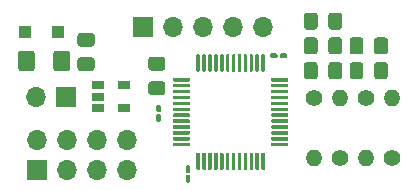
<source format=gbr>
%TF.GenerationSoftware,KiCad,Pcbnew,(5.1.8)-1*%
%TF.CreationDate,2020-12-26T00:02:07-07:00*%
%TF.ProjectId,Axle-Tx-PCB(STM32)v2,41786c65-2d54-4782-9d50-43422853544d,rev?*%
%TF.SameCoordinates,Original*%
%TF.FileFunction,Soldermask,Top*%
%TF.FilePolarity,Negative*%
%FSLAX46Y46*%
G04 Gerber Fmt 4.6, Leading zero omitted, Abs format (unit mm)*
G04 Created by KiCad (PCBNEW (5.1.8)-1) date 2020-12-26 00:02:07*
%MOMM*%
%LPD*%
G01*
G04 APERTURE LIST*
%ADD10O,1.400000X1.400000*%
%ADD11C,1.400000*%
%ADD12R,1.060000X0.650000*%
%ADD13O,1.700000X1.700000*%
%ADD14R,1.700000X1.700000*%
%ADD15R,1.100000X1.100000*%
G04 APERTURE END LIST*
D10*
%TO.C,SG4*%
X36017200Y12395200D03*
D11*
X36017200Y7315200D03*
%TD*%
%TO.C,STM32*%
G36*
G01*
X19452000Y14726800D02*
X19452000Y16051800D01*
G75*
G02*
X19527000Y16126800I75000J0D01*
G01*
X19677000Y16126800D01*
G75*
G02*
X19752000Y16051800I0J-75000D01*
G01*
X19752000Y14726800D01*
G75*
G02*
X19677000Y14651800I-75000J0D01*
G01*
X19527000Y14651800D01*
G75*
G02*
X19452000Y14726800I0J75000D01*
G01*
G37*
G36*
G01*
X19952000Y14726800D02*
X19952000Y16051800D01*
G75*
G02*
X20027000Y16126800I75000J0D01*
G01*
X20177000Y16126800D01*
G75*
G02*
X20252000Y16051800I0J-75000D01*
G01*
X20252000Y14726800D01*
G75*
G02*
X20177000Y14651800I-75000J0D01*
G01*
X20027000Y14651800D01*
G75*
G02*
X19952000Y14726800I0J75000D01*
G01*
G37*
G36*
G01*
X20452000Y14726800D02*
X20452000Y16051800D01*
G75*
G02*
X20527000Y16126800I75000J0D01*
G01*
X20677000Y16126800D01*
G75*
G02*
X20752000Y16051800I0J-75000D01*
G01*
X20752000Y14726800D01*
G75*
G02*
X20677000Y14651800I-75000J0D01*
G01*
X20527000Y14651800D01*
G75*
G02*
X20452000Y14726800I0J75000D01*
G01*
G37*
G36*
G01*
X20952000Y14726800D02*
X20952000Y16051800D01*
G75*
G02*
X21027000Y16126800I75000J0D01*
G01*
X21177000Y16126800D01*
G75*
G02*
X21252000Y16051800I0J-75000D01*
G01*
X21252000Y14726800D01*
G75*
G02*
X21177000Y14651800I-75000J0D01*
G01*
X21027000Y14651800D01*
G75*
G02*
X20952000Y14726800I0J75000D01*
G01*
G37*
G36*
G01*
X21452000Y14726800D02*
X21452000Y16051800D01*
G75*
G02*
X21527000Y16126800I75000J0D01*
G01*
X21677000Y16126800D01*
G75*
G02*
X21752000Y16051800I0J-75000D01*
G01*
X21752000Y14726800D01*
G75*
G02*
X21677000Y14651800I-75000J0D01*
G01*
X21527000Y14651800D01*
G75*
G02*
X21452000Y14726800I0J75000D01*
G01*
G37*
G36*
G01*
X21952000Y14726800D02*
X21952000Y16051800D01*
G75*
G02*
X22027000Y16126800I75000J0D01*
G01*
X22177000Y16126800D01*
G75*
G02*
X22252000Y16051800I0J-75000D01*
G01*
X22252000Y14726800D01*
G75*
G02*
X22177000Y14651800I-75000J0D01*
G01*
X22027000Y14651800D01*
G75*
G02*
X21952000Y14726800I0J75000D01*
G01*
G37*
G36*
G01*
X22452000Y14726800D02*
X22452000Y16051800D01*
G75*
G02*
X22527000Y16126800I75000J0D01*
G01*
X22677000Y16126800D01*
G75*
G02*
X22752000Y16051800I0J-75000D01*
G01*
X22752000Y14726800D01*
G75*
G02*
X22677000Y14651800I-75000J0D01*
G01*
X22527000Y14651800D01*
G75*
G02*
X22452000Y14726800I0J75000D01*
G01*
G37*
G36*
G01*
X22952000Y14726800D02*
X22952000Y16051800D01*
G75*
G02*
X23027000Y16126800I75000J0D01*
G01*
X23177000Y16126800D01*
G75*
G02*
X23252000Y16051800I0J-75000D01*
G01*
X23252000Y14726800D01*
G75*
G02*
X23177000Y14651800I-75000J0D01*
G01*
X23027000Y14651800D01*
G75*
G02*
X22952000Y14726800I0J75000D01*
G01*
G37*
G36*
G01*
X23452000Y14726800D02*
X23452000Y16051800D01*
G75*
G02*
X23527000Y16126800I75000J0D01*
G01*
X23677000Y16126800D01*
G75*
G02*
X23752000Y16051800I0J-75000D01*
G01*
X23752000Y14726800D01*
G75*
G02*
X23677000Y14651800I-75000J0D01*
G01*
X23527000Y14651800D01*
G75*
G02*
X23452000Y14726800I0J75000D01*
G01*
G37*
G36*
G01*
X23952000Y14726800D02*
X23952000Y16051800D01*
G75*
G02*
X24027000Y16126800I75000J0D01*
G01*
X24177000Y16126800D01*
G75*
G02*
X24252000Y16051800I0J-75000D01*
G01*
X24252000Y14726800D01*
G75*
G02*
X24177000Y14651800I-75000J0D01*
G01*
X24027000Y14651800D01*
G75*
G02*
X23952000Y14726800I0J75000D01*
G01*
G37*
G36*
G01*
X24452000Y14726800D02*
X24452000Y16051800D01*
G75*
G02*
X24527000Y16126800I75000J0D01*
G01*
X24677000Y16126800D01*
G75*
G02*
X24752000Y16051800I0J-75000D01*
G01*
X24752000Y14726800D01*
G75*
G02*
X24677000Y14651800I-75000J0D01*
G01*
X24527000Y14651800D01*
G75*
G02*
X24452000Y14726800I0J75000D01*
G01*
G37*
G36*
G01*
X24952000Y14726800D02*
X24952000Y16051800D01*
G75*
G02*
X25027000Y16126800I75000J0D01*
G01*
X25177000Y16126800D01*
G75*
G02*
X25252000Y16051800I0J-75000D01*
G01*
X25252000Y14726800D01*
G75*
G02*
X25177000Y14651800I-75000J0D01*
G01*
X25027000Y14651800D01*
G75*
G02*
X24952000Y14726800I0J75000D01*
G01*
G37*
G36*
G01*
X25777000Y13901800D02*
X25777000Y14051800D01*
G75*
G02*
X25852000Y14126800I75000J0D01*
G01*
X27177000Y14126800D01*
G75*
G02*
X27252000Y14051800I0J-75000D01*
G01*
X27252000Y13901800D01*
G75*
G02*
X27177000Y13826800I-75000J0D01*
G01*
X25852000Y13826800D01*
G75*
G02*
X25777000Y13901800I0J75000D01*
G01*
G37*
G36*
G01*
X25777000Y13401800D02*
X25777000Y13551800D01*
G75*
G02*
X25852000Y13626800I75000J0D01*
G01*
X27177000Y13626800D01*
G75*
G02*
X27252000Y13551800I0J-75000D01*
G01*
X27252000Y13401800D01*
G75*
G02*
X27177000Y13326800I-75000J0D01*
G01*
X25852000Y13326800D01*
G75*
G02*
X25777000Y13401800I0J75000D01*
G01*
G37*
G36*
G01*
X25777000Y12901800D02*
X25777000Y13051800D01*
G75*
G02*
X25852000Y13126800I75000J0D01*
G01*
X27177000Y13126800D01*
G75*
G02*
X27252000Y13051800I0J-75000D01*
G01*
X27252000Y12901800D01*
G75*
G02*
X27177000Y12826800I-75000J0D01*
G01*
X25852000Y12826800D01*
G75*
G02*
X25777000Y12901800I0J75000D01*
G01*
G37*
G36*
G01*
X25777000Y12401800D02*
X25777000Y12551800D01*
G75*
G02*
X25852000Y12626800I75000J0D01*
G01*
X27177000Y12626800D01*
G75*
G02*
X27252000Y12551800I0J-75000D01*
G01*
X27252000Y12401800D01*
G75*
G02*
X27177000Y12326800I-75000J0D01*
G01*
X25852000Y12326800D01*
G75*
G02*
X25777000Y12401800I0J75000D01*
G01*
G37*
G36*
G01*
X25777000Y11901800D02*
X25777000Y12051800D01*
G75*
G02*
X25852000Y12126800I75000J0D01*
G01*
X27177000Y12126800D01*
G75*
G02*
X27252000Y12051800I0J-75000D01*
G01*
X27252000Y11901800D01*
G75*
G02*
X27177000Y11826800I-75000J0D01*
G01*
X25852000Y11826800D01*
G75*
G02*
X25777000Y11901800I0J75000D01*
G01*
G37*
G36*
G01*
X25777000Y11401800D02*
X25777000Y11551800D01*
G75*
G02*
X25852000Y11626800I75000J0D01*
G01*
X27177000Y11626800D01*
G75*
G02*
X27252000Y11551800I0J-75000D01*
G01*
X27252000Y11401800D01*
G75*
G02*
X27177000Y11326800I-75000J0D01*
G01*
X25852000Y11326800D01*
G75*
G02*
X25777000Y11401800I0J75000D01*
G01*
G37*
G36*
G01*
X25777000Y10901800D02*
X25777000Y11051800D01*
G75*
G02*
X25852000Y11126800I75000J0D01*
G01*
X27177000Y11126800D01*
G75*
G02*
X27252000Y11051800I0J-75000D01*
G01*
X27252000Y10901800D01*
G75*
G02*
X27177000Y10826800I-75000J0D01*
G01*
X25852000Y10826800D01*
G75*
G02*
X25777000Y10901800I0J75000D01*
G01*
G37*
G36*
G01*
X25777000Y10401800D02*
X25777000Y10551800D01*
G75*
G02*
X25852000Y10626800I75000J0D01*
G01*
X27177000Y10626800D01*
G75*
G02*
X27252000Y10551800I0J-75000D01*
G01*
X27252000Y10401800D01*
G75*
G02*
X27177000Y10326800I-75000J0D01*
G01*
X25852000Y10326800D01*
G75*
G02*
X25777000Y10401800I0J75000D01*
G01*
G37*
G36*
G01*
X25777000Y9901800D02*
X25777000Y10051800D01*
G75*
G02*
X25852000Y10126800I75000J0D01*
G01*
X27177000Y10126800D01*
G75*
G02*
X27252000Y10051800I0J-75000D01*
G01*
X27252000Y9901800D01*
G75*
G02*
X27177000Y9826800I-75000J0D01*
G01*
X25852000Y9826800D01*
G75*
G02*
X25777000Y9901800I0J75000D01*
G01*
G37*
G36*
G01*
X25777000Y9401800D02*
X25777000Y9551800D01*
G75*
G02*
X25852000Y9626800I75000J0D01*
G01*
X27177000Y9626800D01*
G75*
G02*
X27252000Y9551800I0J-75000D01*
G01*
X27252000Y9401800D01*
G75*
G02*
X27177000Y9326800I-75000J0D01*
G01*
X25852000Y9326800D01*
G75*
G02*
X25777000Y9401800I0J75000D01*
G01*
G37*
G36*
G01*
X25777000Y8901800D02*
X25777000Y9051800D01*
G75*
G02*
X25852000Y9126800I75000J0D01*
G01*
X27177000Y9126800D01*
G75*
G02*
X27252000Y9051800I0J-75000D01*
G01*
X27252000Y8901800D01*
G75*
G02*
X27177000Y8826800I-75000J0D01*
G01*
X25852000Y8826800D01*
G75*
G02*
X25777000Y8901800I0J75000D01*
G01*
G37*
G36*
G01*
X25777000Y8401800D02*
X25777000Y8551800D01*
G75*
G02*
X25852000Y8626800I75000J0D01*
G01*
X27177000Y8626800D01*
G75*
G02*
X27252000Y8551800I0J-75000D01*
G01*
X27252000Y8401800D01*
G75*
G02*
X27177000Y8326800I-75000J0D01*
G01*
X25852000Y8326800D01*
G75*
G02*
X25777000Y8401800I0J75000D01*
G01*
G37*
G36*
G01*
X24952000Y6401800D02*
X24952000Y7726800D01*
G75*
G02*
X25027000Y7801800I75000J0D01*
G01*
X25177000Y7801800D01*
G75*
G02*
X25252000Y7726800I0J-75000D01*
G01*
X25252000Y6401800D01*
G75*
G02*
X25177000Y6326800I-75000J0D01*
G01*
X25027000Y6326800D01*
G75*
G02*
X24952000Y6401800I0J75000D01*
G01*
G37*
G36*
G01*
X24452000Y6401800D02*
X24452000Y7726800D01*
G75*
G02*
X24527000Y7801800I75000J0D01*
G01*
X24677000Y7801800D01*
G75*
G02*
X24752000Y7726800I0J-75000D01*
G01*
X24752000Y6401800D01*
G75*
G02*
X24677000Y6326800I-75000J0D01*
G01*
X24527000Y6326800D01*
G75*
G02*
X24452000Y6401800I0J75000D01*
G01*
G37*
G36*
G01*
X23952000Y6401800D02*
X23952000Y7726800D01*
G75*
G02*
X24027000Y7801800I75000J0D01*
G01*
X24177000Y7801800D01*
G75*
G02*
X24252000Y7726800I0J-75000D01*
G01*
X24252000Y6401800D01*
G75*
G02*
X24177000Y6326800I-75000J0D01*
G01*
X24027000Y6326800D01*
G75*
G02*
X23952000Y6401800I0J75000D01*
G01*
G37*
G36*
G01*
X23452000Y6401800D02*
X23452000Y7726800D01*
G75*
G02*
X23527000Y7801800I75000J0D01*
G01*
X23677000Y7801800D01*
G75*
G02*
X23752000Y7726800I0J-75000D01*
G01*
X23752000Y6401800D01*
G75*
G02*
X23677000Y6326800I-75000J0D01*
G01*
X23527000Y6326800D01*
G75*
G02*
X23452000Y6401800I0J75000D01*
G01*
G37*
G36*
G01*
X22952000Y6401800D02*
X22952000Y7726800D01*
G75*
G02*
X23027000Y7801800I75000J0D01*
G01*
X23177000Y7801800D01*
G75*
G02*
X23252000Y7726800I0J-75000D01*
G01*
X23252000Y6401800D01*
G75*
G02*
X23177000Y6326800I-75000J0D01*
G01*
X23027000Y6326800D01*
G75*
G02*
X22952000Y6401800I0J75000D01*
G01*
G37*
G36*
G01*
X22452000Y6401800D02*
X22452000Y7726800D01*
G75*
G02*
X22527000Y7801800I75000J0D01*
G01*
X22677000Y7801800D01*
G75*
G02*
X22752000Y7726800I0J-75000D01*
G01*
X22752000Y6401800D01*
G75*
G02*
X22677000Y6326800I-75000J0D01*
G01*
X22527000Y6326800D01*
G75*
G02*
X22452000Y6401800I0J75000D01*
G01*
G37*
G36*
G01*
X21952000Y6401800D02*
X21952000Y7726800D01*
G75*
G02*
X22027000Y7801800I75000J0D01*
G01*
X22177000Y7801800D01*
G75*
G02*
X22252000Y7726800I0J-75000D01*
G01*
X22252000Y6401800D01*
G75*
G02*
X22177000Y6326800I-75000J0D01*
G01*
X22027000Y6326800D01*
G75*
G02*
X21952000Y6401800I0J75000D01*
G01*
G37*
G36*
G01*
X21452000Y6401800D02*
X21452000Y7726800D01*
G75*
G02*
X21527000Y7801800I75000J0D01*
G01*
X21677000Y7801800D01*
G75*
G02*
X21752000Y7726800I0J-75000D01*
G01*
X21752000Y6401800D01*
G75*
G02*
X21677000Y6326800I-75000J0D01*
G01*
X21527000Y6326800D01*
G75*
G02*
X21452000Y6401800I0J75000D01*
G01*
G37*
G36*
G01*
X20952000Y6401800D02*
X20952000Y7726800D01*
G75*
G02*
X21027000Y7801800I75000J0D01*
G01*
X21177000Y7801800D01*
G75*
G02*
X21252000Y7726800I0J-75000D01*
G01*
X21252000Y6401800D01*
G75*
G02*
X21177000Y6326800I-75000J0D01*
G01*
X21027000Y6326800D01*
G75*
G02*
X20952000Y6401800I0J75000D01*
G01*
G37*
G36*
G01*
X20452000Y6401800D02*
X20452000Y7726800D01*
G75*
G02*
X20527000Y7801800I75000J0D01*
G01*
X20677000Y7801800D01*
G75*
G02*
X20752000Y7726800I0J-75000D01*
G01*
X20752000Y6401800D01*
G75*
G02*
X20677000Y6326800I-75000J0D01*
G01*
X20527000Y6326800D01*
G75*
G02*
X20452000Y6401800I0J75000D01*
G01*
G37*
G36*
G01*
X19952000Y6401800D02*
X19952000Y7726800D01*
G75*
G02*
X20027000Y7801800I75000J0D01*
G01*
X20177000Y7801800D01*
G75*
G02*
X20252000Y7726800I0J-75000D01*
G01*
X20252000Y6401800D01*
G75*
G02*
X20177000Y6326800I-75000J0D01*
G01*
X20027000Y6326800D01*
G75*
G02*
X19952000Y6401800I0J75000D01*
G01*
G37*
G36*
G01*
X19452000Y6401800D02*
X19452000Y7726800D01*
G75*
G02*
X19527000Y7801800I75000J0D01*
G01*
X19677000Y7801800D01*
G75*
G02*
X19752000Y7726800I0J-75000D01*
G01*
X19752000Y6401800D01*
G75*
G02*
X19677000Y6326800I-75000J0D01*
G01*
X19527000Y6326800D01*
G75*
G02*
X19452000Y6401800I0J75000D01*
G01*
G37*
G36*
G01*
X17452000Y8401800D02*
X17452000Y8551800D01*
G75*
G02*
X17527000Y8626800I75000J0D01*
G01*
X18852000Y8626800D01*
G75*
G02*
X18927000Y8551800I0J-75000D01*
G01*
X18927000Y8401800D01*
G75*
G02*
X18852000Y8326800I-75000J0D01*
G01*
X17527000Y8326800D01*
G75*
G02*
X17452000Y8401800I0J75000D01*
G01*
G37*
G36*
G01*
X17452000Y8901800D02*
X17452000Y9051800D01*
G75*
G02*
X17527000Y9126800I75000J0D01*
G01*
X18852000Y9126800D01*
G75*
G02*
X18927000Y9051800I0J-75000D01*
G01*
X18927000Y8901800D01*
G75*
G02*
X18852000Y8826800I-75000J0D01*
G01*
X17527000Y8826800D01*
G75*
G02*
X17452000Y8901800I0J75000D01*
G01*
G37*
G36*
G01*
X17452000Y9401800D02*
X17452000Y9551800D01*
G75*
G02*
X17527000Y9626800I75000J0D01*
G01*
X18852000Y9626800D01*
G75*
G02*
X18927000Y9551800I0J-75000D01*
G01*
X18927000Y9401800D01*
G75*
G02*
X18852000Y9326800I-75000J0D01*
G01*
X17527000Y9326800D01*
G75*
G02*
X17452000Y9401800I0J75000D01*
G01*
G37*
G36*
G01*
X17452000Y9901800D02*
X17452000Y10051800D01*
G75*
G02*
X17527000Y10126800I75000J0D01*
G01*
X18852000Y10126800D01*
G75*
G02*
X18927000Y10051800I0J-75000D01*
G01*
X18927000Y9901800D01*
G75*
G02*
X18852000Y9826800I-75000J0D01*
G01*
X17527000Y9826800D01*
G75*
G02*
X17452000Y9901800I0J75000D01*
G01*
G37*
G36*
G01*
X17452000Y10401800D02*
X17452000Y10551800D01*
G75*
G02*
X17527000Y10626800I75000J0D01*
G01*
X18852000Y10626800D01*
G75*
G02*
X18927000Y10551800I0J-75000D01*
G01*
X18927000Y10401800D01*
G75*
G02*
X18852000Y10326800I-75000J0D01*
G01*
X17527000Y10326800D01*
G75*
G02*
X17452000Y10401800I0J75000D01*
G01*
G37*
G36*
G01*
X17452000Y10901800D02*
X17452000Y11051800D01*
G75*
G02*
X17527000Y11126800I75000J0D01*
G01*
X18852000Y11126800D01*
G75*
G02*
X18927000Y11051800I0J-75000D01*
G01*
X18927000Y10901800D01*
G75*
G02*
X18852000Y10826800I-75000J0D01*
G01*
X17527000Y10826800D01*
G75*
G02*
X17452000Y10901800I0J75000D01*
G01*
G37*
G36*
G01*
X17452000Y11401800D02*
X17452000Y11551800D01*
G75*
G02*
X17527000Y11626800I75000J0D01*
G01*
X18852000Y11626800D01*
G75*
G02*
X18927000Y11551800I0J-75000D01*
G01*
X18927000Y11401800D01*
G75*
G02*
X18852000Y11326800I-75000J0D01*
G01*
X17527000Y11326800D01*
G75*
G02*
X17452000Y11401800I0J75000D01*
G01*
G37*
G36*
G01*
X17452000Y11901800D02*
X17452000Y12051800D01*
G75*
G02*
X17527000Y12126800I75000J0D01*
G01*
X18852000Y12126800D01*
G75*
G02*
X18927000Y12051800I0J-75000D01*
G01*
X18927000Y11901800D01*
G75*
G02*
X18852000Y11826800I-75000J0D01*
G01*
X17527000Y11826800D01*
G75*
G02*
X17452000Y11901800I0J75000D01*
G01*
G37*
G36*
G01*
X17452000Y12401800D02*
X17452000Y12551800D01*
G75*
G02*
X17527000Y12626800I75000J0D01*
G01*
X18852000Y12626800D01*
G75*
G02*
X18927000Y12551800I0J-75000D01*
G01*
X18927000Y12401800D01*
G75*
G02*
X18852000Y12326800I-75000J0D01*
G01*
X17527000Y12326800D01*
G75*
G02*
X17452000Y12401800I0J75000D01*
G01*
G37*
G36*
G01*
X17452000Y12901800D02*
X17452000Y13051800D01*
G75*
G02*
X17527000Y13126800I75000J0D01*
G01*
X18852000Y13126800D01*
G75*
G02*
X18927000Y13051800I0J-75000D01*
G01*
X18927000Y12901800D01*
G75*
G02*
X18852000Y12826800I-75000J0D01*
G01*
X17527000Y12826800D01*
G75*
G02*
X17452000Y12901800I0J75000D01*
G01*
G37*
G36*
G01*
X17452000Y13401800D02*
X17452000Y13551800D01*
G75*
G02*
X17527000Y13626800I75000J0D01*
G01*
X18852000Y13626800D01*
G75*
G02*
X18927000Y13551800I0J-75000D01*
G01*
X18927000Y13401800D01*
G75*
G02*
X18852000Y13326800I-75000J0D01*
G01*
X17527000Y13326800D01*
G75*
G02*
X17452000Y13401800I0J75000D01*
G01*
G37*
G36*
G01*
X17452000Y13901800D02*
X17452000Y14051800D01*
G75*
G02*
X17527000Y14126800I75000J0D01*
G01*
X18852000Y14126800D01*
G75*
G02*
X18927000Y14051800I0J-75000D01*
G01*
X18927000Y13901800D01*
G75*
G02*
X18852000Y13826800I-75000J0D01*
G01*
X17527000Y13826800D01*
G75*
G02*
X17452000Y13901800I0J75000D01*
G01*
G37*
%TD*%
D12*
%TO.C,3.3Vreg1*%
X13292000Y13497600D03*
X13292000Y11597600D03*
X11092000Y11597600D03*
X11092000Y12547600D03*
X11092000Y13497600D03*
%TD*%
%TO.C,R6*%
G36*
G01*
X18645200Y5903300D02*
X18845200Y5903300D01*
G75*
G02*
X18945200Y5803300I0J-100000D01*
G01*
X18945200Y5368300D01*
G75*
G02*
X18845200Y5268300I-100000J0D01*
G01*
X18645200Y5268300D01*
G75*
G02*
X18545200Y5368300I0J100000D01*
G01*
X18545200Y5803300D01*
G75*
G02*
X18645200Y5903300I100000J0D01*
G01*
G37*
G36*
G01*
X18645200Y6718300D02*
X18845200Y6718300D01*
G75*
G02*
X18945200Y6618300I0J-100000D01*
G01*
X18945200Y6183300D01*
G75*
G02*
X18845200Y6083300I-100000J0D01*
G01*
X18645200Y6083300D01*
G75*
G02*
X18545200Y6183300I0J100000D01*
G01*
X18545200Y6618300D01*
G75*
G02*
X18645200Y6718300I100000J0D01*
G01*
G37*
%TD*%
D13*
%TO.C,J2*%
X13538200Y8890000D03*
X13538200Y6350000D03*
X10998200Y8890000D03*
X10998200Y6350000D03*
X8458200Y8890000D03*
X8458200Y6350000D03*
X5918200Y8890000D03*
D14*
X5918200Y6350000D03*
%TD*%
D13*
%TO.C,J1*%
X25069800Y18415000D03*
X22529800Y18415000D03*
X19989800Y18415000D03*
X17449800Y18415000D03*
D14*
X14909800Y18415000D03*
%TD*%
D10*
%TO.C,SG3*%
X33832800Y7320280D03*
D11*
X33832800Y12400280D03*
%TD*%
%TO.C,R4*%
G36*
G01*
X26506000Y15902000D02*
X26506000Y16102000D01*
G75*
G02*
X26606000Y16202000I100000J0D01*
G01*
X27041000Y16202000D01*
G75*
G02*
X27141000Y16102000I0J-100000D01*
G01*
X27141000Y15902000D01*
G75*
G02*
X27041000Y15802000I-100000J0D01*
G01*
X26606000Y15802000D01*
G75*
G02*
X26506000Y15902000I0J100000D01*
G01*
G37*
G36*
G01*
X25691000Y15902000D02*
X25691000Y16102000D01*
G75*
G02*
X25791000Y16202000I100000J0D01*
G01*
X26226000Y16202000D01*
G75*
G02*
X26326000Y16102000I0J-100000D01*
G01*
X26326000Y15902000D01*
G75*
G02*
X26226000Y15802000I-100000J0D01*
G01*
X25791000Y15802000D01*
G75*
G02*
X25691000Y15902000I0J100000D01*
G01*
G37*
%TD*%
%TO.C,C7*%
G36*
G01*
X16578600Y14746300D02*
X15628600Y14746300D01*
G75*
G02*
X15378600Y14996300I0J250000D01*
G01*
X15378600Y15671300D01*
G75*
G02*
X15628600Y15921300I250000J0D01*
G01*
X16578600Y15921300D01*
G75*
G02*
X16828600Y15671300I0J-250000D01*
G01*
X16828600Y14996300D01*
G75*
G02*
X16578600Y14746300I-250000J0D01*
G01*
G37*
G36*
G01*
X16578600Y12671300D02*
X15628600Y12671300D01*
G75*
G02*
X15378600Y12921300I0J250000D01*
G01*
X15378600Y13596300D01*
G75*
G02*
X15628600Y13846300I250000J0D01*
G01*
X16578600Y13846300D01*
G75*
G02*
X16828600Y13596300I0J-250000D01*
G01*
X16828600Y12921300D01*
G75*
G02*
X16578600Y12671300I-250000J0D01*
G01*
G37*
%TD*%
%TO.C,R5*%
G36*
G01*
X16356000Y11215200D02*
X16156000Y11215200D01*
G75*
G02*
X16056000Y11315200I0J100000D01*
G01*
X16056000Y11750200D01*
G75*
G02*
X16156000Y11850200I100000J0D01*
G01*
X16356000Y11850200D01*
G75*
G02*
X16456000Y11750200I0J-100000D01*
G01*
X16456000Y11315200D01*
G75*
G02*
X16356000Y11215200I-100000J0D01*
G01*
G37*
G36*
G01*
X16356000Y10400200D02*
X16156000Y10400200D01*
G75*
G02*
X16056000Y10500200I0J100000D01*
G01*
X16056000Y10935200D01*
G75*
G02*
X16156000Y11035200I100000J0D01*
G01*
X16356000Y11035200D01*
G75*
G02*
X16456000Y10935200I0J-100000D01*
G01*
X16456000Y10500200D01*
G75*
G02*
X16356000Y10400200I-100000J0D01*
G01*
G37*
%TD*%
%TO.C,F1*%
G36*
G01*
X5778200Y16195200D02*
X5778200Y14945200D01*
G75*
G02*
X5528200Y14695200I-250000J0D01*
G01*
X4603200Y14695200D01*
G75*
G02*
X4353200Y14945200I0J250000D01*
G01*
X4353200Y16195200D01*
G75*
G02*
X4603200Y16445200I250000J0D01*
G01*
X5528200Y16445200D01*
G75*
G02*
X5778200Y16195200I0J-250000D01*
G01*
G37*
G36*
G01*
X8753200Y16195200D02*
X8753200Y14945200D01*
G75*
G02*
X8503200Y14695200I-250000J0D01*
G01*
X7578200Y14695200D01*
G75*
G02*
X7328200Y14945200I0J250000D01*
G01*
X7328200Y16195200D01*
G75*
G02*
X7578200Y16445200I250000J0D01*
G01*
X8503200Y16445200D01*
G75*
G02*
X8753200Y16195200I0J-250000D01*
G01*
G37*
%TD*%
D15*
%TO.C,D1*%
X7724600Y17983200D03*
X4924600Y17983200D03*
%TD*%
%TO.C,C5*%
G36*
G01*
X33598700Y15219700D02*
X33598700Y14269700D01*
G75*
G02*
X33348700Y14019700I-250000J0D01*
G01*
X32673700Y14019700D01*
G75*
G02*
X32423700Y14269700I0J250000D01*
G01*
X32423700Y15219700D01*
G75*
G02*
X32673700Y15469700I250000J0D01*
G01*
X33348700Y15469700D01*
G75*
G02*
X33598700Y15219700I0J-250000D01*
G01*
G37*
G36*
G01*
X35673700Y15219700D02*
X35673700Y14269700D01*
G75*
G02*
X35423700Y14019700I-250000J0D01*
G01*
X34748700Y14019700D01*
G75*
G02*
X34498700Y14269700I0J250000D01*
G01*
X34498700Y15219700D01*
G75*
G02*
X34748700Y15469700I250000J0D01*
G01*
X35423700Y15469700D01*
G75*
G02*
X35673700Y15219700I0J-250000D01*
G01*
G37*
%TD*%
%TO.C,C4*%
G36*
G01*
X33598700Y17315200D02*
X33598700Y16365200D01*
G75*
G02*
X33348700Y16115200I-250000J0D01*
G01*
X32673700Y16115200D01*
G75*
G02*
X32423700Y16365200I0J250000D01*
G01*
X32423700Y17315200D01*
G75*
G02*
X32673700Y17565200I250000J0D01*
G01*
X33348700Y17565200D01*
G75*
G02*
X33598700Y17315200I0J-250000D01*
G01*
G37*
G36*
G01*
X35673700Y17315200D02*
X35673700Y16365200D01*
G75*
G02*
X35423700Y16115200I-250000J0D01*
G01*
X34748700Y16115200D01*
G75*
G02*
X34498700Y16365200I0J250000D01*
G01*
X34498700Y17315200D01*
G75*
G02*
X34748700Y17565200I250000J0D01*
G01*
X35423700Y17565200D01*
G75*
G02*
X35673700Y17315200I0J-250000D01*
G01*
G37*
%TD*%
D10*
%TO.C,SG2*%
X31638240Y12415520D03*
D11*
X31638240Y7335520D03*
%TD*%
D10*
%TO.C,SG1*%
X29418280Y7350760D03*
D11*
X29418280Y12430760D03*
%TD*%
%TO.C,C6*%
G36*
G01*
X9634200Y15882200D02*
X10584200Y15882200D01*
G75*
G02*
X10834200Y15632200I0J-250000D01*
G01*
X10834200Y14957200D01*
G75*
G02*
X10584200Y14707200I-250000J0D01*
G01*
X9634200Y14707200D01*
G75*
G02*
X9384200Y14957200I0J250000D01*
G01*
X9384200Y15632200D01*
G75*
G02*
X9634200Y15882200I250000J0D01*
G01*
G37*
G36*
G01*
X9634200Y17957200D02*
X10584200Y17957200D01*
G75*
G02*
X10834200Y17707200I0J-250000D01*
G01*
X10834200Y17032200D01*
G75*
G02*
X10584200Y16782200I-250000J0D01*
G01*
X9634200Y16782200D01*
G75*
G02*
X9384200Y17032200I0J250000D01*
G01*
X9384200Y17707200D01*
G75*
G02*
X9634200Y17957200I250000J0D01*
G01*
G37*
%TD*%
%TO.C,C3*%
G36*
G01*
X30625200Y14269700D02*
X30625200Y15219700D01*
G75*
G02*
X30875200Y15469700I250000J0D01*
G01*
X31550200Y15469700D01*
G75*
G02*
X31800200Y15219700I0J-250000D01*
G01*
X31800200Y14269700D01*
G75*
G02*
X31550200Y14019700I-250000J0D01*
G01*
X30875200Y14019700D01*
G75*
G02*
X30625200Y14269700I0J250000D01*
G01*
G37*
G36*
G01*
X28550200Y14269700D02*
X28550200Y15219700D01*
G75*
G02*
X28800200Y15469700I250000J0D01*
G01*
X29475200Y15469700D01*
G75*
G02*
X29725200Y15219700I0J-250000D01*
G01*
X29725200Y14269700D01*
G75*
G02*
X29475200Y14019700I-250000J0D01*
G01*
X28800200Y14019700D01*
G75*
G02*
X28550200Y14269700I0J250000D01*
G01*
G37*
%TD*%
%TO.C,C2*%
G36*
G01*
X30625200Y16365200D02*
X30625200Y17315200D01*
G75*
G02*
X30875200Y17565200I250000J0D01*
G01*
X31550200Y17565200D01*
G75*
G02*
X31800200Y17315200I0J-250000D01*
G01*
X31800200Y16365200D01*
G75*
G02*
X31550200Y16115200I-250000J0D01*
G01*
X30875200Y16115200D01*
G75*
G02*
X30625200Y16365200I0J250000D01*
G01*
G37*
G36*
G01*
X28550200Y16365200D02*
X28550200Y17315200D01*
G75*
G02*
X28800200Y17565200I250000J0D01*
G01*
X29475200Y17565200D01*
G75*
G02*
X29725200Y17315200I0J-250000D01*
G01*
X29725200Y16365200D01*
G75*
G02*
X29475200Y16115200I-250000J0D01*
G01*
X28800200Y16115200D01*
G75*
G02*
X28550200Y16365200I0J250000D01*
G01*
G37*
%TD*%
%TO.C,C1*%
G36*
G01*
X30625200Y18460700D02*
X30625200Y19410700D01*
G75*
G02*
X30875200Y19660700I250000J0D01*
G01*
X31550200Y19660700D01*
G75*
G02*
X31800200Y19410700I0J-250000D01*
G01*
X31800200Y18460700D01*
G75*
G02*
X31550200Y18210700I-250000J0D01*
G01*
X30875200Y18210700D01*
G75*
G02*
X30625200Y18460700I0J250000D01*
G01*
G37*
G36*
G01*
X28550200Y18460700D02*
X28550200Y19410700D01*
G75*
G02*
X28800200Y19660700I250000J0D01*
G01*
X29475200Y19660700D01*
G75*
G02*
X29725200Y19410700I0J-250000D01*
G01*
X29725200Y18460700D01*
G75*
G02*
X29475200Y18210700I-250000J0D01*
G01*
X28800200Y18210700D01*
G75*
G02*
X28550200Y18460700I0J250000D01*
G01*
G37*
%TD*%
D13*
%TO.C,BatCon1*%
X5867400Y12547600D03*
D14*
X8407400Y12547600D03*
%TD*%
M02*

</source>
